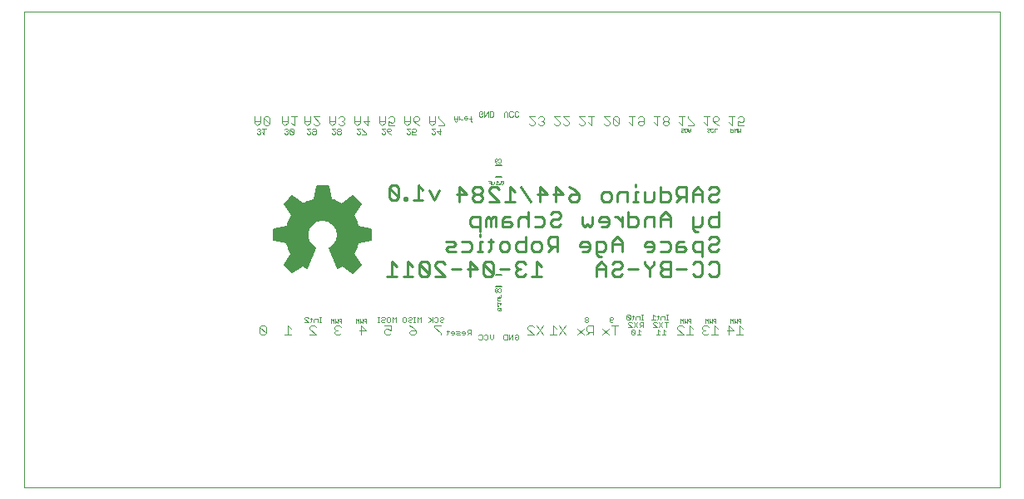
<source format=gbo>
G75*
G70*
%OFA0B0*%
%FSLAX24Y24*%
%IPPOS*%
%LPD*%
%AMOC8*
5,1,8,0,0,1.08239X$1,22.5*
%
%ADD10C,0.0000*%
%ADD11C,0.0110*%
%ADD12C,0.0030*%
%ADD13C,0.0020*%
%ADD14C,0.0010*%
%ADD15C,0.0060*%
%ADD16C,0.0080*%
D10*
X000460Y000460D02*
X039560Y000460D01*
X039560Y019560D01*
X000460Y019560D01*
X000460Y000460D01*
D11*
X014990Y008915D02*
X015384Y008915D01*
X015187Y008915D02*
X015187Y009506D01*
X015384Y009309D01*
X015832Y009506D02*
X015832Y008915D01*
X016029Y008915D02*
X015635Y008915D01*
X016279Y009013D02*
X016378Y008915D01*
X016575Y008915D01*
X016673Y009013D01*
X016279Y009407D01*
X016279Y009013D01*
X016673Y009013D02*
X016673Y009407D01*
X016575Y009506D01*
X016378Y009506D01*
X016279Y009407D01*
X016029Y009309D02*
X015832Y009506D01*
X016924Y009407D02*
X017022Y009506D01*
X017219Y009506D01*
X017318Y009407D01*
X017569Y009210D02*
X017962Y009210D01*
X018213Y009210D02*
X018607Y009210D01*
X018312Y009506D01*
X018312Y008915D01*
X018858Y009013D02*
X018956Y008915D01*
X019153Y008915D01*
X019251Y009013D01*
X018858Y009407D01*
X018858Y009013D01*
X019251Y009013D02*
X019251Y009407D01*
X019153Y009506D01*
X018956Y009506D01*
X018858Y009407D01*
X019502Y009210D02*
X019896Y009210D01*
X020147Y009112D02*
X020147Y009013D01*
X020245Y008915D01*
X020442Y008915D01*
X020540Y009013D01*
X020791Y008915D02*
X021185Y008915D01*
X020988Y008915D02*
X020988Y009506D01*
X021185Y009309D01*
X020540Y009407D02*
X020442Y009506D01*
X020245Y009506D01*
X020147Y009407D01*
X020147Y009309D01*
X020245Y009210D01*
X020147Y009112D01*
X020245Y009210D02*
X020344Y009210D01*
X020245Y009915D02*
X020147Y010013D01*
X020147Y010210D01*
X020245Y010309D01*
X020540Y010309D01*
X020540Y010506D02*
X020540Y009915D01*
X020245Y009915D01*
X019896Y010013D02*
X019896Y010210D01*
X019797Y010309D01*
X019601Y010309D01*
X019502Y010210D01*
X019502Y010013D01*
X019601Y009915D01*
X019797Y009915D01*
X019896Y010013D01*
X019251Y010309D02*
X019054Y010309D01*
X019153Y010407D02*
X019153Y010013D01*
X019054Y009915D01*
X018822Y009915D02*
X018625Y009915D01*
X018723Y009915D02*
X018723Y010309D01*
X018822Y010309D01*
X018723Y010506D02*
X018723Y010604D01*
X018714Y010718D02*
X018714Y011309D01*
X018419Y011309D01*
X018321Y011210D01*
X018321Y011013D01*
X018419Y010915D01*
X018714Y010915D01*
X018965Y010915D02*
X018965Y011210D01*
X019063Y011309D01*
X019162Y011210D01*
X019162Y010915D01*
X019359Y010915D02*
X019359Y011309D01*
X019260Y011309D01*
X019162Y011210D01*
X019610Y011210D02*
X019610Y010915D01*
X019905Y010915D01*
X020003Y011013D01*
X019905Y011112D01*
X019610Y011112D01*
X019610Y011210D02*
X019708Y011309D01*
X019905Y011309D01*
X020254Y011210D02*
X020254Y010915D01*
X020254Y011210D02*
X020353Y011309D01*
X020549Y011309D01*
X020648Y011210D01*
X020899Y011309D02*
X021194Y011309D01*
X021292Y011210D01*
X021292Y011013D01*
X021194Y010915D01*
X020899Y010915D01*
X020648Y010915D02*
X020648Y011506D01*
X020755Y011915D02*
X020362Y012506D01*
X020111Y012309D02*
X019914Y012506D01*
X019914Y011915D01*
X020111Y011915D02*
X019717Y011915D01*
X019466Y011915D02*
X019072Y012309D01*
X019072Y012407D01*
X019171Y012506D01*
X019368Y012506D01*
X019466Y012407D01*
X019466Y011915D02*
X019072Y011915D01*
X018822Y012013D02*
X018822Y012112D01*
X018723Y012210D01*
X018526Y012210D01*
X018428Y012112D01*
X018428Y012013D01*
X018526Y011915D01*
X018723Y011915D01*
X018822Y012013D01*
X018723Y012210D02*
X018822Y012309D01*
X018822Y012407D01*
X018723Y012506D01*
X018526Y012506D01*
X018428Y012407D01*
X018428Y012309D01*
X018526Y012210D01*
X018177Y012210D02*
X017783Y012210D01*
X017882Y011915D02*
X017882Y012506D01*
X018177Y012210D01*
X017075Y012379D02*
X016878Y011985D01*
X016681Y012379D01*
X016430Y012379D02*
X016234Y012576D01*
X016234Y011985D01*
X016430Y011985D02*
X016037Y011985D01*
X015786Y011985D02*
X015687Y011985D01*
X015687Y012083D01*
X015786Y012083D01*
X015786Y011985D01*
X015464Y012083D02*
X015070Y012477D01*
X015070Y012083D01*
X015168Y011985D01*
X015365Y011985D01*
X015464Y012083D01*
X015464Y012477D01*
X015365Y012576D01*
X015168Y012576D01*
X015070Y012477D01*
X017354Y010309D02*
X017649Y010309D01*
X017747Y010210D01*
X017649Y010112D01*
X017452Y010112D01*
X017354Y010013D01*
X017452Y009915D01*
X017747Y009915D01*
X017998Y009915D02*
X018293Y009915D01*
X018392Y010013D01*
X018392Y010210D01*
X018293Y010309D01*
X017998Y010309D01*
X016924Y009407D02*
X016924Y009309D01*
X017318Y008915D01*
X016924Y008915D01*
X020791Y010013D02*
X020791Y010210D01*
X020890Y010309D01*
X021087Y010309D01*
X021185Y010210D01*
X021185Y010013D01*
X021087Y009915D01*
X020890Y009915D01*
X020791Y010013D01*
X021436Y009915D02*
X021633Y010112D01*
X021534Y010112D02*
X021830Y010112D01*
X021830Y009915D02*
X021830Y010506D01*
X021534Y010506D01*
X021436Y010407D01*
X021436Y010210D01*
X021534Y010112D01*
X022725Y010112D02*
X023119Y010112D01*
X023119Y010210D02*
X023020Y010309D01*
X022823Y010309D01*
X022725Y010210D01*
X022725Y010112D01*
X022823Y009915D02*
X023020Y009915D01*
X023119Y010013D01*
X023119Y010210D01*
X023369Y010309D02*
X023665Y010309D01*
X023763Y010210D01*
X023763Y010013D01*
X023665Y009915D01*
X023369Y009915D01*
X023369Y009817D02*
X023369Y010309D01*
X024014Y010309D02*
X024014Y009915D01*
X024014Y010210D02*
X024408Y010210D01*
X024408Y010309D02*
X024408Y009915D01*
X024408Y010309D02*
X024211Y010506D01*
X024014Y010309D01*
X023772Y010915D02*
X023871Y011013D01*
X023871Y011210D01*
X023772Y011309D01*
X023575Y011309D01*
X023477Y011210D01*
X023477Y011112D01*
X023871Y011112D01*
X023772Y010915D02*
X023575Y010915D01*
X023226Y011013D02*
X023128Y010915D01*
X023029Y011013D01*
X022931Y010915D01*
X022832Y011013D01*
X022832Y011309D01*
X023226Y011309D02*
X023226Y011013D01*
X024112Y011309D02*
X024211Y011309D01*
X024408Y011112D01*
X024408Y010915D02*
X024408Y011309D01*
X024659Y011309D02*
X024954Y011309D01*
X025052Y011210D01*
X025052Y011013D01*
X024954Y010915D01*
X024659Y010915D01*
X024659Y011506D01*
X024623Y011915D02*
X024623Y012309D01*
X024327Y012309D01*
X024229Y012210D01*
X024229Y011915D01*
X023978Y012013D02*
X023880Y011915D01*
X023683Y011915D01*
X023584Y012013D01*
X023584Y012210D01*
X023683Y012309D01*
X023880Y012309D01*
X023978Y012210D01*
X023978Y012013D01*
X024855Y011915D02*
X025052Y011915D01*
X024954Y011915D02*
X024954Y012309D01*
X025052Y012309D01*
X024954Y012506D02*
X024954Y012604D01*
X025303Y012309D02*
X025303Y011915D01*
X025598Y011915D01*
X025697Y012013D01*
X025697Y012309D01*
X025948Y012309D02*
X026243Y012309D01*
X026341Y012210D01*
X026341Y012013D01*
X026243Y011915D01*
X025948Y011915D01*
X025948Y012506D01*
X026592Y012407D02*
X026592Y012210D01*
X026691Y012112D01*
X026986Y012112D01*
X026789Y012112D02*
X026592Y011915D01*
X026986Y011915D02*
X026986Y012506D01*
X026691Y012506D01*
X026592Y012407D01*
X027237Y012309D02*
X027237Y011915D01*
X027237Y012210D02*
X027630Y012210D01*
X027630Y012309D02*
X027630Y011915D01*
X027881Y012013D02*
X027980Y011915D01*
X028177Y011915D01*
X028275Y012013D01*
X028177Y012210D02*
X027980Y012210D01*
X027881Y012112D01*
X027881Y012013D01*
X028177Y012210D02*
X028275Y012309D01*
X028275Y012407D01*
X028177Y012506D01*
X027980Y012506D01*
X027881Y012407D01*
X027630Y012309D02*
X027434Y012506D01*
X027237Y012309D01*
X028275Y011506D02*
X028275Y010915D01*
X027980Y010915D01*
X027881Y011013D01*
X027881Y011210D01*
X027980Y011309D01*
X028275Y011309D01*
X027630Y011309D02*
X027630Y011013D01*
X027532Y010915D01*
X027237Y010915D01*
X027237Y010817D02*
X027335Y010718D01*
X027434Y010718D01*
X027237Y010817D02*
X027237Y011309D01*
X026341Y011309D02*
X026341Y010915D01*
X026341Y011210D02*
X025948Y011210D01*
X025948Y011309D02*
X025948Y010915D01*
X025697Y010915D02*
X025697Y011309D01*
X025402Y011309D01*
X025303Y011210D01*
X025303Y010915D01*
X025948Y011309D02*
X026145Y011506D01*
X026341Y011309D01*
X027881Y010407D02*
X027980Y010506D01*
X028177Y010506D01*
X028275Y010407D01*
X028275Y010309D01*
X028177Y010210D01*
X027980Y010210D01*
X027881Y010112D01*
X027881Y010013D01*
X027980Y009915D01*
X028177Y009915D01*
X028275Y010013D01*
X027630Y009915D02*
X027335Y009915D01*
X027237Y010013D01*
X027237Y010210D01*
X027335Y010309D01*
X027630Y010309D01*
X027630Y009718D01*
X027532Y009506D02*
X027630Y009407D01*
X027630Y009013D01*
X027532Y008915D01*
X027335Y008915D01*
X027237Y009013D01*
X026986Y009210D02*
X026592Y009210D01*
X026341Y009210D02*
X026046Y009210D01*
X025948Y009112D01*
X025948Y009013D01*
X026046Y008915D01*
X026341Y008915D01*
X026341Y009506D01*
X026046Y009506D01*
X025948Y009407D01*
X025948Y009309D01*
X026046Y009210D01*
X025697Y009407D02*
X025500Y009210D01*
X025500Y008915D01*
X025500Y009210D02*
X025303Y009407D01*
X025303Y009506D01*
X025697Y009506D02*
X025697Y009407D01*
X025052Y009210D02*
X024659Y009210D01*
X024408Y009309D02*
X024309Y009210D01*
X024112Y009210D01*
X024014Y009112D01*
X024014Y009013D01*
X024112Y008915D01*
X024309Y008915D01*
X024408Y009013D01*
X024408Y009309D02*
X024408Y009407D01*
X024309Y009506D01*
X024112Y009506D01*
X024014Y009407D01*
X023763Y009309D02*
X023566Y009506D01*
X023369Y009309D01*
X023369Y008915D01*
X023369Y009210D02*
X023763Y009210D01*
X023763Y009309D02*
X023763Y008915D01*
X023566Y009718D02*
X023468Y009718D01*
X023369Y009817D01*
X025303Y010112D02*
X025697Y010112D01*
X025697Y010210D02*
X025598Y010309D01*
X025402Y010309D01*
X025303Y010210D01*
X025303Y010112D01*
X025402Y009915D02*
X025598Y009915D01*
X025697Y010013D01*
X025697Y010210D01*
X025948Y010309D02*
X026243Y010309D01*
X026341Y010210D01*
X026341Y010013D01*
X026243Y009915D01*
X025948Y009915D01*
X026592Y009915D02*
X026592Y010210D01*
X026691Y010309D01*
X026887Y010309D01*
X026887Y010112D02*
X026592Y010112D01*
X026592Y009915D02*
X026887Y009915D01*
X026986Y010013D01*
X026887Y010112D01*
X027335Y009506D02*
X027532Y009506D01*
X027335Y009506D02*
X027237Y009407D01*
X027881Y009407D02*
X027980Y009506D01*
X028177Y009506D01*
X028275Y009407D01*
X028275Y009013D01*
X028177Y008915D01*
X027980Y008915D01*
X027881Y009013D01*
X021937Y011013D02*
X021839Y010915D01*
X021642Y010915D01*
X021543Y011013D01*
X021543Y011112D01*
X021642Y011210D01*
X021839Y011210D01*
X021937Y011309D01*
X021937Y011407D01*
X021839Y011506D01*
X021642Y011506D01*
X021543Y011407D01*
X021749Y011915D02*
X021749Y012506D01*
X022044Y012210D01*
X021651Y012210D01*
X021400Y012210D02*
X021006Y012210D01*
X021105Y011915D02*
X021105Y012506D01*
X021400Y012210D01*
X022295Y012112D02*
X022295Y012013D01*
X022394Y011915D01*
X022590Y011915D01*
X022689Y012013D01*
X022689Y012210D01*
X022394Y012210D01*
X022295Y012112D01*
X022492Y012407D02*
X022689Y012210D01*
X022492Y012407D02*
X022295Y012506D01*
D12*
X022229Y014979D02*
X022106Y014979D01*
X022044Y015041D01*
X021923Y015041D02*
X021861Y014979D01*
X021738Y014979D01*
X021676Y015041D01*
X021923Y015041D02*
X021923Y015103D01*
X021676Y015350D01*
X021923Y015350D01*
X022044Y015350D02*
X022291Y015103D01*
X022291Y015041D01*
X022229Y014979D01*
X022676Y015041D02*
X022738Y014979D01*
X022861Y014979D01*
X022923Y015041D01*
X022923Y015103D01*
X022676Y015350D01*
X022923Y015350D01*
X023044Y015350D02*
X023291Y015350D01*
X023168Y015350D02*
X023168Y014979D01*
X023044Y015103D01*
X023676Y015041D02*
X023738Y014979D01*
X023861Y014979D01*
X023923Y015041D01*
X023923Y015103D01*
X023676Y015350D01*
X023923Y015350D01*
X024044Y015288D02*
X024106Y015350D01*
X024229Y015350D01*
X024291Y015288D01*
X024291Y015041D01*
X024044Y015288D01*
X024044Y015041D01*
X024106Y014979D01*
X024229Y014979D01*
X024291Y015041D01*
X024676Y015103D02*
X024799Y014979D01*
X024799Y015350D01*
X024676Y015350D02*
X024923Y015350D01*
X025044Y015288D02*
X025106Y015350D01*
X025229Y015350D01*
X025291Y015288D01*
X025291Y015041D01*
X025229Y014979D01*
X025106Y014979D01*
X025044Y015041D01*
X025044Y015103D01*
X025106Y015165D01*
X025291Y015165D01*
X025676Y015103D02*
X025799Y014979D01*
X025799Y015350D01*
X025676Y015350D02*
X025923Y015350D01*
X026044Y015288D02*
X026106Y015350D01*
X026229Y015350D01*
X026291Y015288D01*
X026291Y015226D01*
X026229Y015165D01*
X026106Y015165D01*
X026044Y015103D01*
X026044Y015041D01*
X026106Y014979D01*
X026229Y014979D01*
X026291Y015041D01*
X026291Y015103D01*
X026229Y015165D01*
X026106Y015165D02*
X026044Y015226D01*
X026044Y015288D01*
X026676Y015350D02*
X026923Y015350D01*
X027044Y015350D02*
X027044Y015288D01*
X027291Y015041D01*
X027291Y014979D01*
X027044Y014979D01*
X026799Y014979D02*
X026799Y015350D01*
X026676Y015103D02*
X026799Y014979D01*
X027676Y015103D02*
X027799Y014979D01*
X027799Y015350D01*
X027676Y015350D02*
X027923Y015350D01*
X028044Y015288D02*
X028106Y015350D01*
X028229Y015350D01*
X028291Y015288D01*
X028291Y015226D01*
X028229Y015165D01*
X028044Y015165D01*
X028044Y015288D01*
X028044Y015165D02*
X028168Y015041D01*
X028291Y014979D01*
X028676Y015103D02*
X028799Y014979D01*
X028799Y015350D01*
X028676Y015350D02*
X028923Y015350D01*
X029044Y015288D02*
X029106Y015350D01*
X029229Y015350D01*
X029291Y015288D01*
X029291Y015165D01*
X029229Y015103D01*
X029168Y015103D01*
X029044Y015165D01*
X029044Y014979D01*
X029291Y014979D01*
X022291Y015350D02*
X022044Y015350D01*
X021291Y015288D02*
X021229Y015350D01*
X021106Y015350D01*
X021044Y015288D01*
X020923Y015350D02*
X020676Y015350D01*
X020923Y015103D01*
X020923Y015041D01*
X020861Y014979D01*
X020738Y014979D01*
X020676Y015041D01*
X021044Y015041D02*
X021106Y014979D01*
X021229Y014979D01*
X021291Y015041D01*
X021291Y015103D01*
X021229Y015165D01*
X021291Y015226D01*
X021291Y015288D01*
X021229Y015165D02*
X021168Y015165D01*
X017290Y015036D02*
X017043Y015283D01*
X017043Y015345D01*
X016922Y015345D02*
X016922Y015098D01*
X016798Y014975D01*
X016675Y015098D01*
X016675Y015345D01*
X016675Y015160D02*
X016922Y015160D01*
X017043Y014975D02*
X017290Y014975D01*
X017290Y015036D01*
X016290Y014975D02*
X016167Y015036D01*
X016043Y015160D01*
X016228Y015160D01*
X016290Y015222D01*
X016290Y015283D01*
X016228Y015345D01*
X016105Y015345D01*
X016043Y015283D01*
X016043Y015160D01*
X015922Y015160D02*
X015675Y015160D01*
X015675Y015098D02*
X015798Y014975D01*
X015922Y015098D01*
X015922Y015345D01*
X015675Y015345D02*
X015675Y015098D01*
X015290Y015160D02*
X015290Y015283D01*
X015228Y015345D01*
X015105Y015345D01*
X015043Y015283D01*
X015043Y015160D02*
X015167Y015098D01*
X015228Y015098D01*
X015290Y015160D01*
X015290Y014975D02*
X015043Y014975D01*
X015043Y015160D01*
X014922Y015160D02*
X014675Y015160D01*
X014675Y015098D02*
X014798Y014975D01*
X014922Y015098D01*
X014922Y015345D01*
X014675Y015345D02*
X014675Y015098D01*
X014290Y015160D02*
X014043Y015160D01*
X014228Y014975D01*
X014228Y015345D01*
X013922Y015345D02*
X013922Y015098D01*
X013798Y014975D01*
X013675Y015098D01*
X013675Y015345D01*
X013675Y015160D02*
X013922Y015160D01*
X013290Y015222D02*
X013290Y015283D01*
X013228Y015345D01*
X013105Y015345D01*
X013043Y015283D01*
X012922Y015345D02*
X012922Y015098D01*
X012798Y014975D01*
X012675Y015098D01*
X012675Y015345D01*
X012675Y015160D02*
X012922Y015160D01*
X013043Y015036D02*
X013105Y014975D01*
X013228Y014975D01*
X013290Y015036D01*
X013290Y015098D01*
X013228Y015160D01*
X013290Y015222D01*
X013228Y015160D02*
X013167Y015160D01*
X012290Y015098D02*
X012290Y015036D01*
X012228Y014975D01*
X012105Y014975D01*
X012043Y015036D01*
X011922Y015098D02*
X011922Y015345D01*
X012043Y015345D02*
X012290Y015098D01*
X011922Y015098D02*
X011798Y014975D01*
X011675Y015098D01*
X011675Y015345D01*
X011675Y015160D02*
X011922Y015160D01*
X012043Y015345D02*
X012290Y015345D01*
X011390Y015345D02*
X011143Y015345D01*
X011022Y015345D02*
X011022Y015098D01*
X010898Y014975D01*
X010775Y015098D01*
X010775Y015345D01*
X010775Y015160D02*
X011022Y015160D01*
X011143Y015098D02*
X011267Y014975D01*
X011267Y015345D01*
X010290Y015283D02*
X010290Y015036D01*
X010043Y015283D01*
X010105Y015345D01*
X010228Y015345D01*
X010290Y015283D01*
X010290Y015036D02*
X010228Y014975D01*
X010105Y014975D01*
X010043Y015036D01*
X010043Y015283D01*
X009922Y015345D02*
X009922Y015098D01*
X009798Y014975D01*
X009675Y015098D01*
X009675Y015345D01*
X009675Y015160D02*
X009922Y015160D01*
X009960Y006945D02*
X009898Y006884D01*
X010145Y006637D01*
X010083Y006575D01*
X009960Y006575D01*
X009898Y006637D01*
X009898Y006884D01*
X009960Y006945D02*
X010083Y006945D01*
X010145Y006884D01*
X010145Y006637D01*
X010898Y006575D02*
X011145Y006575D01*
X011022Y006575D02*
X011022Y006945D01*
X011145Y006822D01*
X011898Y006822D02*
X011898Y006884D01*
X011960Y006945D01*
X012083Y006945D01*
X012145Y006884D01*
X011898Y006822D02*
X012145Y006575D01*
X011898Y006575D01*
X012898Y006637D02*
X012960Y006575D01*
X013083Y006575D01*
X013145Y006637D01*
X013022Y006760D02*
X012960Y006760D01*
X012898Y006698D01*
X012898Y006637D01*
X012960Y006760D02*
X012898Y006822D01*
X012898Y006884D01*
X012960Y006945D01*
X013083Y006945D01*
X013145Y006884D01*
X013898Y006760D02*
X014145Y006760D01*
X013960Y006945D01*
X013960Y006575D01*
X014898Y006637D02*
X014960Y006575D01*
X015083Y006575D01*
X015145Y006637D01*
X015145Y006760D02*
X015022Y006822D01*
X014960Y006822D01*
X014898Y006760D01*
X014898Y006637D01*
X015145Y006760D02*
X015145Y006945D01*
X014898Y006945D01*
X015898Y006945D02*
X016022Y006884D01*
X016145Y006760D01*
X015960Y006760D01*
X015898Y006698D01*
X015898Y006637D01*
X015960Y006575D01*
X016083Y006575D01*
X016145Y006637D01*
X016145Y006760D01*
X016898Y006884D02*
X017145Y006637D01*
X017145Y006575D01*
X017145Y006945D02*
X016898Y006945D01*
X016898Y006884D01*
X020630Y006822D02*
X020630Y006884D01*
X020692Y006945D01*
X020815Y006945D01*
X020877Y006884D01*
X020998Y006945D02*
X021245Y006575D01*
X020998Y006575D02*
X021245Y006945D01*
X021653Y006945D02*
X021777Y006822D01*
X021898Y006945D02*
X022145Y006575D01*
X021898Y006575D02*
X022145Y006945D01*
X021653Y006945D02*
X021653Y006575D01*
X021530Y006575D02*
X021777Y006575D01*
X020877Y006575D02*
X020630Y006822D01*
X020630Y006575D02*
X020877Y006575D01*
X022630Y006575D02*
X022877Y006822D01*
X022998Y006884D02*
X022998Y006760D01*
X023060Y006698D01*
X023245Y006698D01*
X023245Y006575D02*
X023245Y006945D01*
X023060Y006945D01*
X022998Y006884D01*
X023122Y006698D02*
X022998Y006575D01*
X022877Y006575D02*
X022630Y006822D01*
X023630Y006822D02*
X023877Y006575D01*
X024122Y006575D02*
X024122Y006945D01*
X024245Y006945D02*
X023998Y006945D01*
X023877Y006822D02*
X023630Y006575D01*
X026630Y006575D02*
X026877Y006575D01*
X026630Y006822D01*
X026630Y006884D01*
X026692Y006945D01*
X026815Y006945D01*
X026877Y006884D01*
X027122Y006945D02*
X027122Y006575D01*
X027245Y006575D02*
X026998Y006575D01*
X027245Y006822D02*
X027122Y006945D01*
X027630Y006884D02*
X027630Y006822D01*
X027692Y006760D01*
X027630Y006698D01*
X027630Y006637D01*
X027692Y006575D01*
X027815Y006575D01*
X027877Y006637D01*
X027998Y006575D02*
X028245Y006575D01*
X028122Y006575D02*
X028122Y006945D01*
X028245Y006822D01*
X027877Y006884D02*
X027815Y006945D01*
X027692Y006945D01*
X027630Y006884D01*
X027692Y006760D02*
X027753Y006760D01*
X028630Y006760D02*
X028877Y006760D01*
X028692Y006945D01*
X028692Y006575D01*
X028998Y006575D02*
X029245Y006575D01*
X029122Y006575D02*
X029122Y006945D01*
X029245Y006822D01*
D13*
X026250Y007090D02*
X026103Y007090D01*
X026177Y007090D02*
X026177Y006870D01*
X026077Y006795D02*
X026077Y006575D01*
X026004Y006575D02*
X026151Y006575D01*
X026151Y006722D02*
X026077Y006795D01*
X026029Y006870D02*
X025882Y007090D01*
X025808Y007053D02*
X025771Y007090D01*
X025698Y007090D01*
X025661Y007053D01*
X025661Y007017D01*
X025808Y006870D01*
X025661Y006870D01*
X025856Y006795D02*
X025856Y006575D01*
X025783Y006575D02*
X025930Y006575D01*
X025930Y006722D02*
X025856Y006795D01*
X025882Y006870D02*
X026029Y007090D01*
X025956Y007170D02*
X025956Y007280D01*
X025993Y007317D01*
X026103Y007317D01*
X026103Y007170D01*
X026177Y007170D02*
X026250Y007170D01*
X026213Y007170D02*
X026213Y007390D01*
X026177Y007390D02*
X026250Y007390D01*
X025882Y007317D02*
X025808Y007317D01*
X025845Y007353D02*
X025845Y007207D01*
X025808Y007170D01*
X025734Y007170D02*
X025588Y007170D01*
X025661Y007170D02*
X025661Y007390D01*
X025734Y007317D01*
X025250Y007390D02*
X025177Y007390D01*
X025213Y007390D02*
X025213Y007170D01*
X025177Y007170D02*
X025250Y007170D01*
X025250Y007090D02*
X025140Y007090D01*
X025103Y007053D01*
X025103Y006980D01*
X025140Y006943D01*
X025250Y006943D01*
X025250Y006870D02*
X025250Y007090D01*
X025177Y006943D02*
X025103Y006870D01*
X025029Y006870D02*
X024882Y007090D01*
X024808Y007053D02*
X024771Y007090D01*
X024698Y007090D01*
X024661Y007053D01*
X024661Y007017D01*
X024808Y006870D01*
X024661Y006870D01*
X024782Y006753D02*
X024929Y006607D01*
X024892Y006570D01*
X024819Y006570D01*
X024782Y006607D01*
X024782Y006753D01*
X024819Y006790D01*
X024892Y006790D01*
X024929Y006753D01*
X024929Y006607D01*
X025003Y006570D02*
X025150Y006570D01*
X025077Y006570D02*
X025077Y006790D01*
X025150Y006717D01*
X024882Y006870D02*
X025029Y007090D01*
X024956Y007170D02*
X024956Y007280D01*
X024993Y007317D01*
X025103Y007317D01*
X025103Y007170D01*
X024845Y007207D02*
X024845Y007353D01*
X024882Y007317D02*
X024808Y007317D01*
X024734Y007353D02*
X024698Y007390D01*
X024624Y007390D01*
X024588Y007353D01*
X024734Y007207D01*
X024698Y007170D01*
X024624Y007170D01*
X024588Y007207D01*
X024588Y007353D01*
X024734Y007353D02*
X024734Y007207D01*
X024808Y007170D02*
X024845Y007207D01*
X024050Y007217D02*
X024013Y007180D01*
X023903Y007180D01*
X023903Y007107D02*
X023903Y007253D01*
X023940Y007290D01*
X024013Y007290D01*
X024050Y007253D01*
X024050Y007217D01*
X024050Y007107D02*
X024013Y007070D01*
X023940Y007070D01*
X023903Y007107D01*
X023050Y007107D02*
X023050Y007143D01*
X023013Y007180D01*
X022940Y007180D01*
X022903Y007143D01*
X022903Y007107D01*
X022940Y007070D01*
X023013Y007070D01*
X023050Y007107D01*
X023013Y007180D02*
X023050Y007217D01*
X023050Y007253D01*
X023013Y007290D01*
X022940Y007290D01*
X022903Y007253D01*
X022903Y007217D01*
X022940Y007180D01*
X020250Y006553D02*
X020250Y006407D01*
X020213Y006370D01*
X020140Y006370D01*
X020103Y006407D01*
X020103Y006480D01*
X020177Y006480D01*
X020250Y006553D02*
X020213Y006590D01*
X020140Y006590D01*
X020103Y006553D01*
X020029Y006590D02*
X019882Y006370D01*
X019882Y006590D01*
X019808Y006590D02*
X019698Y006590D01*
X019661Y006553D01*
X019661Y006407D01*
X019698Y006370D01*
X019808Y006370D01*
X019808Y006590D01*
X020029Y006590D02*
X020029Y006370D01*
X019250Y006443D02*
X019177Y006370D01*
X019103Y006443D01*
X019103Y006590D01*
X019029Y006553D02*
X019029Y006407D01*
X018992Y006370D01*
X018919Y006370D01*
X018882Y006407D01*
X018808Y006407D02*
X018771Y006370D01*
X018698Y006370D01*
X018661Y006407D01*
X018661Y006553D02*
X018698Y006590D01*
X018771Y006590D01*
X018808Y006553D01*
X018808Y006407D01*
X018882Y006553D02*
X018919Y006590D01*
X018992Y006590D01*
X019029Y006553D01*
X019250Y006590D02*
X019250Y006443D01*
X018350Y006570D02*
X018350Y006790D01*
X018240Y006790D01*
X018203Y006753D01*
X018203Y006680D01*
X018240Y006643D01*
X018350Y006643D01*
X018277Y006643D02*
X018203Y006570D01*
X018129Y006607D02*
X018129Y006680D01*
X018092Y006717D01*
X018019Y006717D01*
X017982Y006680D01*
X017982Y006643D01*
X018129Y006643D01*
X018129Y006607D02*
X018092Y006570D01*
X018019Y006570D01*
X017908Y006570D02*
X017798Y006570D01*
X017761Y006607D01*
X017798Y006643D01*
X017871Y006643D01*
X017908Y006680D01*
X017871Y006717D01*
X017761Y006717D01*
X017687Y006680D02*
X017650Y006717D01*
X017577Y006717D01*
X017540Y006680D01*
X017540Y006643D01*
X017687Y006643D01*
X017687Y006607D02*
X017687Y006680D01*
X017687Y006607D02*
X017650Y006570D01*
X017577Y006570D01*
X017429Y006607D02*
X017393Y006570D01*
X017429Y006607D02*
X017429Y006753D01*
X017393Y006717D02*
X017466Y006717D01*
X017213Y007070D02*
X017250Y007107D01*
X017213Y007070D02*
X017140Y007070D01*
X017103Y007107D01*
X017103Y007143D01*
X017140Y007180D01*
X017213Y007180D01*
X017250Y007217D01*
X017250Y007253D01*
X017213Y007290D01*
X017140Y007290D01*
X017103Y007253D01*
X017029Y007253D02*
X017029Y007107D01*
X016992Y007070D01*
X016919Y007070D01*
X016882Y007107D01*
X016808Y007143D02*
X016661Y007290D01*
X016808Y007290D02*
X016808Y007070D01*
X016771Y007180D02*
X016661Y007070D01*
X016882Y007253D02*
X016919Y007290D01*
X016992Y007290D01*
X017029Y007253D01*
X016350Y007290D02*
X016277Y007217D01*
X016203Y007290D01*
X016203Y007070D01*
X016129Y007070D02*
X016056Y007070D01*
X016092Y007070D02*
X016092Y007290D01*
X016056Y007290D02*
X016129Y007290D01*
X015982Y007253D02*
X015982Y007217D01*
X015945Y007180D01*
X015872Y007180D01*
X015835Y007143D01*
X015835Y007107D01*
X015872Y007070D01*
X015945Y007070D01*
X015982Y007107D01*
X015982Y007253D02*
X015945Y007290D01*
X015872Y007290D01*
X015835Y007253D01*
X015761Y007253D02*
X015761Y007107D01*
X015724Y007070D01*
X015651Y007070D01*
X015614Y007107D01*
X015614Y007253D01*
X015651Y007290D01*
X015724Y007290D01*
X015761Y007253D01*
X015350Y007290D02*
X015277Y007217D01*
X015203Y007290D01*
X015203Y007070D01*
X015129Y007107D02*
X015092Y007070D01*
X015019Y007070D01*
X014982Y007107D01*
X014982Y007253D01*
X015019Y007290D01*
X015092Y007290D01*
X015129Y007253D01*
X015129Y007107D01*
X014908Y007107D02*
X014871Y007070D01*
X014798Y007070D01*
X014761Y007107D01*
X014761Y007143D01*
X014798Y007180D01*
X014871Y007180D01*
X014908Y007217D01*
X014908Y007253D01*
X014871Y007290D01*
X014798Y007290D01*
X014761Y007253D01*
X014687Y007290D02*
X014614Y007290D01*
X014650Y007290D02*
X014650Y007070D01*
X014614Y007070D02*
X014687Y007070D01*
X015350Y007070D02*
X015350Y007290D01*
X016350Y007290D02*
X016350Y007070D01*
X012350Y007070D02*
X012277Y007070D01*
X012313Y007070D02*
X012313Y007290D01*
X012277Y007290D02*
X012350Y007290D01*
X012203Y007217D02*
X012093Y007217D01*
X012056Y007180D01*
X012056Y007070D01*
X011945Y007107D02*
X011908Y007070D01*
X011945Y007107D02*
X011945Y007253D01*
X011982Y007217D02*
X011908Y007217D01*
X011834Y007253D02*
X011798Y007290D01*
X011724Y007290D01*
X011688Y007253D01*
X011688Y007217D01*
X011834Y007070D01*
X011688Y007070D01*
X012203Y007070D02*
X012203Y007217D01*
X012101Y014630D02*
X012028Y014630D01*
X011991Y014667D01*
X011991Y014703D01*
X012028Y014740D01*
X012138Y014740D01*
X012138Y014813D02*
X012138Y014667D01*
X012101Y014630D01*
X012138Y014813D02*
X012101Y014850D01*
X012028Y014850D01*
X011991Y014813D01*
X011917Y014850D02*
X011770Y014850D01*
X011917Y014703D01*
X011917Y014667D01*
X011880Y014630D01*
X011807Y014630D01*
X011770Y014667D01*
X011238Y014667D02*
X011238Y014813D01*
X011201Y014850D01*
X011128Y014850D01*
X011091Y014813D01*
X011238Y014667D01*
X011201Y014630D01*
X011128Y014630D01*
X011091Y014667D01*
X011091Y014813D01*
X011017Y014813D02*
X010980Y014850D01*
X010907Y014850D01*
X010870Y014813D01*
X010943Y014740D02*
X010980Y014740D01*
X011017Y014777D01*
X011017Y014813D01*
X010980Y014740D02*
X011017Y014703D01*
X011017Y014667D01*
X010980Y014630D01*
X010907Y014630D01*
X010870Y014667D01*
X010138Y014850D02*
X009991Y014850D01*
X010064Y014850D02*
X010064Y014630D01*
X009991Y014703D01*
X009917Y014703D02*
X009880Y014740D01*
X009917Y014777D01*
X009917Y014813D01*
X009880Y014850D01*
X009807Y014850D01*
X009770Y014813D01*
X009843Y014740D02*
X009880Y014740D01*
X009917Y014703D02*
X009917Y014667D01*
X009880Y014630D01*
X009807Y014630D01*
X009770Y014667D01*
X012770Y014667D02*
X012807Y014630D01*
X012880Y014630D01*
X012917Y014667D01*
X012917Y014703D01*
X012770Y014850D01*
X012917Y014850D01*
X012991Y014813D02*
X012991Y014777D01*
X013028Y014740D01*
X013101Y014740D01*
X013138Y014777D01*
X013138Y014813D01*
X013101Y014850D01*
X013028Y014850D01*
X012991Y014813D01*
X013028Y014740D02*
X012991Y014703D01*
X012991Y014667D01*
X013028Y014630D01*
X013101Y014630D01*
X013138Y014667D01*
X013138Y014703D01*
X013101Y014740D01*
X013770Y014667D02*
X013807Y014630D01*
X013880Y014630D01*
X013917Y014667D01*
X013917Y014703D01*
X013770Y014850D01*
X013917Y014850D01*
X013991Y014850D02*
X013991Y014813D01*
X014138Y014667D01*
X014138Y014630D01*
X013991Y014630D01*
X014770Y014667D02*
X014807Y014630D01*
X014880Y014630D01*
X014917Y014667D01*
X014917Y014703D01*
X014770Y014850D01*
X014917Y014850D01*
X014991Y014813D02*
X015028Y014850D01*
X015101Y014850D01*
X015138Y014813D01*
X015138Y014777D01*
X015101Y014740D01*
X014991Y014740D01*
X014991Y014813D01*
X014991Y014740D02*
X015064Y014667D01*
X015138Y014630D01*
X015770Y014667D02*
X015807Y014630D01*
X015880Y014630D01*
X015917Y014667D01*
X015917Y014703D01*
X015770Y014850D01*
X015917Y014850D01*
X015991Y014813D02*
X016028Y014850D01*
X016101Y014850D01*
X016138Y014813D01*
X016138Y014740D01*
X016101Y014703D01*
X016064Y014703D01*
X015991Y014740D01*
X015991Y014630D01*
X016138Y014630D01*
X016770Y014667D02*
X016807Y014630D01*
X016880Y014630D01*
X016917Y014667D01*
X016917Y014703D01*
X016770Y014850D01*
X016917Y014850D01*
X016991Y014740D02*
X017138Y014740D01*
X017101Y014850D02*
X017101Y014630D01*
X016991Y014740D01*
X017670Y015203D02*
X017743Y015130D01*
X017817Y015203D01*
X017817Y015350D01*
X017891Y015350D02*
X017891Y015203D01*
X017964Y015203D02*
X018001Y015203D01*
X017964Y015203D02*
X017891Y015277D01*
X017817Y015240D02*
X017670Y015240D01*
X017670Y015203D02*
X017670Y015350D01*
X018075Y015313D02*
X018075Y015240D01*
X018112Y015203D01*
X018185Y015203D01*
X018222Y015240D01*
X018222Y015277D01*
X018075Y015277D01*
X018075Y015313D02*
X018112Y015350D01*
X018185Y015350D01*
X018333Y015350D02*
X018333Y015167D01*
X018370Y015130D01*
X018370Y015240D02*
X018296Y015240D01*
X018670Y015367D02*
X018670Y015513D01*
X018707Y015550D01*
X018780Y015550D01*
X018817Y015513D01*
X018817Y015440D01*
X018743Y015440D01*
X018670Y015367D02*
X018707Y015330D01*
X018780Y015330D01*
X018817Y015367D01*
X018891Y015330D02*
X019038Y015550D01*
X019038Y015330D01*
X019112Y015330D02*
X019222Y015330D01*
X019259Y015367D01*
X019259Y015513D01*
X019222Y015550D01*
X019112Y015550D01*
X019112Y015330D01*
X018891Y015330D02*
X018891Y015550D01*
X019670Y015477D02*
X019743Y015550D01*
X019817Y015477D01*
X019817Y015330D01*
X019891Y015367D02*
X019891Y015513D01*
X019928Y015550D01*
X020001Y015550D01*
X020038Y015513D01*
X020112Y015513D02*
X020149Y015550D01*
X020222Y015550D01*
X020259Y015513D01*
X020259Y015367D02*
X020222Y015330D01*
X020149Y015330D01*
X020112Y015367D01*
X020112Y015513D01*
X020038Y015367D02*
X020001Y015330D01*
X019928Y015330D01*
X019891Y015367D01*
X019670Y015330D02*
X019670Y015477D01*
D14*
X019530Y013640D02*
X019555Y013615D01*
X019555Y013515D01*
X019530Y013490D01*
X019480Y013490D01*
X019455Y013515D01*
X019408Y013515D02*
X019383Y013490D01*
X019333Y013490D01*
X019308Y013515D01*
X019308Y013615D01*
X019333Y013640D01*
X019383Y013640D01*
X019408Y013615D01*
X019408Y013590D01*
X019383Y013565D01*
X019308Y013565D01*
X019455Y013615D02*
X019480Y013640D01*
X019530Y013640D01*
X019580Y012765D02*
X019555Y012740D01*
X019655Y012640D01*
X019630Y012615D01*
X019580Y012615D01*
X019555Y012640D01*
X019555Y012740D01*
X019580Y012765D02*
X019630Y012765D01*
X019655Y012740D01*
X019655Y012640D01*
X019508Y012640D02*
X019483Y012640D01*
X019483Y012615D01*
X019508Y012615D01*
X019508Y012640D01*
X019434Y012615D02*
X019334Y012615D01*
X019384Y012615D02*
X019384Y012765D01*
X019434Y012715D01*
X019287Y012715D02*
X019287Y012640D01*
X019262Y012615D01*
X019187Y012615D01*
X019187Y012715D01*
X019139Y012690D02*
X019089Y012690D01*
X019139Y012765D02*
X019039Y012765D01*
X019139Y012765D02*
X019139Y012615D01*
X026766Y014735D02*
X026791Y014710D01*
X026841Y014710D01*
X026866Y014735D01*
X026913Y014710D02*
X026913Y014860D01*
X026988Y014860D01*
X027013Y014835D01*
X027013Y014735D01*
X026988Y014710D01*
X026913Y014710D01*
X026841Y014785D02*
X026866Y014810D01*
X026866Y014835D01*
X026841Y014860D01*
X026791Y014860D01*
X026766Y014835D01*
X026791Y014785D02*
X026841Y014785D01*
X026791Y014785D02*
X026766Y014760D01*
X026766Y014735D01*
X027060Y014760D02*
X027110Y014710D01*
X027161Y014760D01*
X027161Y014860D01*
X027161Y014785D02*
X027060Y014785D01*
X027060Y014760D02*
X027060Y014860D01*
X027816Y014835D02*
X027841Y014860D01*
X027891Y014860D01*
X027916Y014835D01*
X027916Y014810D01*
X027891Y014785D01*
X027841Y014785D01*
X027816Y014760D01*
X027816Y014735D01*
X027841Y014710D01*
X027891Y014710D01*
X027916Y014735D01*
X027963Y014735D02*
X027988Y014710D01*
X028038Y014710D01*
X028063Y014735D01*
X028110Y014710D02*
X028110Y014860D01*
X028211Y014860D01*
X028063Y014835D02*
X028038Y014860D01*
X027988Y014860D01*
X027963Y014835D01*
X027963Y014735D01*
X028765Y014705D02*
X028840Y014705D01*
X028865Y014730D01*
X028865Y014780D01*
X028840Y014805D01*
X028765Y014805D01*
X028765Y014855D02*
X028765Y014705D01*
X028912Y014705D02*
X028912Y014855D01*
X028962Y014805D01*
X029012Y014855D01*
X029012Y014705D01*
X029060Y014705D02*
X029110Y014755D01*
X029160Y014705D01*
X029160Y014855D01*
X029060Y014855D02*
X029060Y014705D01*
X019555Y008415D02*
X019555Y008315D01*
X019530Y008290D01*
X019480Y008290D01*
X019455Y008315D01*
X019408Y008315D02*
X019408Y008340D01*
X019383Y008365D01*
X019333Y008365D01*
X019308Y008340D01*
X019308Y008315D01*
X019333Y008290D01*
X019383Y008290D01*
X019408Y008315D01*
X019383Y008365D02*
X019408Y008390D01*
X019408Y008415D01*
X019383Y008440D01*
X019333Y008440D01*
X019308Y008415D01*
X019308Y008390D01*
X019333Y008365D01*
X019455Y008415D02*
X019480Y008440D01*
X019530Y008440D01*
X019555Y008415D01*
X019565Y008181D02*
X019565Y008081D01*
X019415Y008081D01*
X019415Y008033D02*
X019515Y008033D01*
X019490Y008081D02*
X019490Y008131D01*
X019415Y008033D02*
X019415Y007958D01*
X019440Y007933D01*
X019515Y007933D01*
X019565Y007836D02*
X019415Y007836D01*
X019415Y007786D02*
X019415Y007886D01*
X019515Y007786D02*
X019565Y007836D01*
X019440Y007737D02*
X019415Y007737D01*
X019415Y007712D01*
X019440Y007712D01*
X019440Y007737D01*
X019440Y007665D02*
X019415Y007640D01*
X019415Y007590D01*
X019440Y007565D01*
X019540Y007665D01*
X019440Y007665D01*
X019440Y007565D02*
X019540Y007565D01*
X019565Y007590D01*
X019565Y007640D01*
X019540Y007665D01*
X014155Y007215D02*
X014080Y007215D01*
X014055Y007190D01*
X014055Y007140D01*
X014080Y007115D01*
X014155Y007115D01*
X014155Y007065D02*
X014155Y007215D01*
X014008Y007215D02*
X014008Y007065D01*
X013958Y007115D01*
X013908Y007065D01*
X013908Y007215D01*
X013860Y007215D02*
X013810Y007165D01*
X013760Y007215D01*
X013760Y007065D01*
X013860Y007065D02*
X013860Y007215D01*
X013155Y007215D02*
X013080Y007215D01*
X013055Y007190D01*
X013055Y007140D01*
X013080Y007115D01*
X013155Y007115D01*
X013155Y007065D02*
X013155Y007215D01*
X013008Y007215D02*
X013008Y007065D01*
X012958Y007115D01*
X012908Y007065D01*
X012908Y007215D01*
X012860Y007215D02*
X012810Y007165D01*
X012760Y007215D01*
X012760Y007065D01*
X012860Y007065D02*
X012860Y007215D01*
X026760Y007215D02*
X026760Y007065D01*
X026860Y007065D02*
X026860Y007215D01*
X026810Y007165D01*
X026760Y007215D01*
X026908Y007215D02*
X026908Y007065D01*
X026958Y007115D01*
X027008Y007065D01*
X027008Y007215D01*
X027055Y007190D02*
X027055Y007140D01*
X027080Y007115D01*
X027155Y007115D01*
X027155Y007065D02*
X027155Y007215D01*
X027080Y007215D01*
X027055Y007190D01*
X027760Y007215D02*
X027760Y007065D01*
X027860Y007065D02*
X027860Y007215D01*
X027810Y007165D01*
X027760Y007215D01*
X027908Y007215D02*
X027908Y007065D01*
X027958Y007115D01*
X028008Y007065D01*
X028008Y007215D01*
X028055Y007190D02*
X028055Y007140D01*
X028080Y007115D01*
X028155Y007115D01*
X028155Y007065D02*
X028155Y007215D01*
X028080Y007215D01*
X028055Y007190D01*
X028760Y007215D02*
X028760Y007065D01*
X028860Y007065D02*
X028860Y007215D01*
X028810Y007165D01*
X028760Y007215D01*
X028908Y007215D02*
X028908Y007065D01*
X028958Y007115D01*
X029008Y007065D01*
X029008Y007215D01*
X029055Y007190D02*
X029055Y007140D01*
X029080Y007115D01*
X029155Y007115D01*
X029155Y007065D02*
X029155Y007215D01*
X029080Y007215D01*
X029055Y007190D01*
D15*
X019578Y008524D02*
X019342Y008524D01*
X019342Y008996D02*
X019578Y008996D01*
X014350Y010400D02*
X014340Y010820D01*
X013800Y010920D01*
X013610Y011390D01*
X013900Y011830D01*
X013610Y012090D01*
X013180Y011790D01*
X012720Y011980D01*
X012610Y012520D01*
X012200Y012530D01*
X012110Y011980D01*
X011640Y011810D01*
X011190Y012100D01*
X010910Y011810D01*
X011220Y011370D01*
X011000Y010900D01*
X010480Y010800D01*
X010490Y010390D01*
X011010Y010300D01*
X011180Y009810D01*
X010900Y009380D01*
X011200Y009100D01*
X011610Y009370D01*
X011780Y009290D01*
X012090Y010050D01*
X011790Y010350D01*
X011800Y010860D01*
X012190Y011210D01*
X012660Y011200D01*
X013000Y010850D01*
X013010Y010330D01*
X012730Y010030D01*
X013010Y009290D01*
X013210Y009400D01*
X013620Y009100D01*
X013920Y009390D01*
X013620Y009820D01*
X013820Y010300D01*
X014350Y010400D01*
X014350Y010405D02*
X013009Y010405D01*
X013010Y010347D02*
X014067Y010347D01*
X013815Y010288D02*
X012971Y010288D01*
X012916Y010230D02*
X013791Y010230D01*
X013766Y010171D02*
X012862Y010171D01*
X012807Y010113D02*
X013742Y010113D01*
X013718Y010054D02*
X012752Y010054D01*
X012743Y009996D02*
X013693Y009996D01*
X013669Y009937D02*
X012765Y009937D01*
X012787Y009879D02*
X013644Y009879D01*
X013620Y009820D02*
X012809Y009820D01*
X012832Y009762D02*
X013661Y009762D01*
X013702Y009703D02*
X012854Y009703D01*
X012876Y009645D02*
X013742Y009645D01*
X013783Y009586D02*
X012898Y009586D01*
X012920Y009528D02*
X013824Y009528D01*
X013865Y009469D02*
X012942Y009469D01*
X012964Y009411D02*
X013906Y009411D01*
X013881Y009352D02*
X013276Y009352D01*
X013355Y009294D02*
X013820Y009294D01*
X013760Y009235D02*
X013435Y009235D01*
X013515Y009177D02*
X013699Y009177D01*
X013639Y009118D02*
X013595Y009118D01*
X013123Y009352D02*
X012987Y009352D01*
X013009Y009294D02*
X013016Y009294D01*
X011948Y009703D02*
X011110Y009703D01*
X011072Y009645D02*
X011925Y009645D01*
X011901Y009586D02*
X011034Y009586D01*
X010996Y009528D02*
X011877Y009528D01*
X011853Y009469D02*
X010958Y009469D01*
X010920Y009411D02*
X011829Y009411D01*
X011805Y009352D02*
X011648Y009352D01*
X011583Y009352D02*
X010930Y009352D01*
X010993Y009294D02*
X011494Y009294D01*
X011405Y009235D02*
X011055Y009235D01*
X011118Y009177D02*
X011316Y009177D01*
X011227Y009118D02*
X011181Y009118D01*
X011772Y009294D02*
X011781Y009294D01*
X011972Y009762D02*
X011148Y009762D01*
X011177Y009820D02*
X011996Y009820D01*
X012020Y009879D02*
X011156Y009879D01*
X011136Y009937D02*
X012044Y009937D01*
X012068Y009996D02*
X011116Y009996D01*
X011095Y010054D02*
X012086Y010054D01*
X012027Y010113D02*
X011075Y010113D01*
X011055Y010171D02*
X011969Y010171D01*
X011910Y010230D02*
X011034Y010230D01*
X011014Y010288D02*
X011852Y010288D01*
X011793Y010347D02*
X010741Y010347D01*
X010490Y010405D02*
X011791Y010405D01*
X011792Y010464D02*
X010488Y010464D01*
X010487Y010522D02*
X011793Y010522D01*
X011795Y010581D02*
X010485Y010581D01*
X010484Y010639D02*
X011796Y010639D01*
X011797Y010698D02*
X010482Y010698D01*
X010481Y010756D02*
X011798Y010756D01*
X011799Y010815D02*
X010556Y010815D01*
X010860Y010873D02*
X011815Y010873D01*
X011880Y010932D02*
X011015Y010932D01*
X011042Y010990D02*
X011945Y010990D01*
X012010Y011049D02*
X011070Y011049D01*
X011097Y011107D02*
X012075Y011107D01*
X012140Y011166D02*
X011124Y011166D01*
X011152Y011224D02*
X013677Y011224D01*
X013701Y011166D02*
X012693Y011166D01*
X012750Y011107D02*
X013724Y011107D01*
X013748Y011049D02*
X012807Y011049D01*
X012864Y010990D02*
X013772Y010990D01*
X013795Y010932D02*
X012921Y010932D01*
X012978Y010873D02*
X014054Y010873D01*
X014340Y010815D02*
X013001Y010815D01*
X013002Y010756D02*
X014342Y010756D01*
X014343Y010698D02*
X013003Y010698D01*
X013004Y010639D02*
X014344Y010639D01*
X014346Y010581D02*
X013005Y010581D01*
X013006Y010522D02*
X014347Y010522D01*
X014348Y010464D02*
X013007Y010464D01*
X013653Y011283D02*
X011179Y011283D01*
X011206Y011341D02*
X013630Y011341D01*
X013616Y011400D02*
X011199Y011400D01*
X011158Y011458D02*
X013655Y011458D01*
X013693Y011517D02*
X011117Y011517D01*
X011076Y011575D02*
X013732Y011575D01*
X013771Y011634D02*
X011034Y011634D01*
X010993Y011692D02*
X013809Y011692D01*
X013848Y011751D02*
X010952Y011751D01*
X010911Y011809D02*
X013134Y011809D01*
X013207Y011809D02*
X013886Y011809D01*
X013858Y011868D02*
X013291Y011868D01*
X013375Y011926D02*
X013793Y011926D01*
X013728Y011985D02*
X013459Y011985D01*
X013543Y012043D02*
X013662Y012043D01*
X012992Y011868D02*
X011799Y011868D01*
X011961Y011926D02*
X012851Y011926D01*
X012719Y011985D02*
X012111Y011985D01*
X012120Y012043D02*
X012707Y012043D01*
X012695Y012102D02*
X012130Y012102D01*
X012139Y012160D02*
X012683Y012160D01*
X012671Y012219D02*
X012149Y012219D01*
X012159Y012277D02*
X012659Y012277D01*
X012648Y012336D02*
X012168Y012336D01*
X012178Y012394D02*
X012636Y012394D01*
X012624Y012453D02*
X012187Y012453D01*
X012197Y012511D02*
X012612Y012511D01*
X011460Y011926D02*
X011022Y011926D01*
X010966Y011868D02*
X011551Y011868D01*
X011369Y011985D02*
X011079Y011985D01*
X011135Y012043D02*
X011278Y012043D01*
X019342Y012924D02*
X019578Y012924D01*
X019578Y013396D02*
X019342Y013396D01*
D16*
X014360Y010830D02*
X013830Y010930D01*
X014360Y010830D02*
X014360Y010380D01*
X013840Y010280D01*
X013650Y009820D02*
X013950Y009390D01*
X013620Y009060D01*
X013200Y009350D01*
X013020Y009250D01*
X012690Y010050D01*
X012120Y010050D02*
X011790Y009250D01*
X011610Y009350D01*
X011190Y009070D01*
X010870Y009390D01*
X011160Y009820D01*
X010980Y010280D02*
X010460Y010380D01*
X010460Y010830D01*
X010990Y010930D01*
X011180Y011370D02*
X010870Y011820D01*
X011190Y012140D01*
X011650Y011830D01*
X012080Y012010D02*
X012180Y012550D01*
X012640Y012550D01*
X012740Y012010D01*
X013170Y011830D02*
X013620Y012140D01*
X013950Y011820D01*
X013640Y011370D01*
X013170Y011830D02*
X013112Y011863D01*
X013053Y011893D01*
X012992Y011920D01*
X012931Y011944D01*
X012868Y011966D01*
X012804Y011985D01*
X012740Y012000D01*
X013640Y011370D02*
X013676Y011312D01*
X013709Y011251D01*
X013740Y011189D01*
X013767Y011126D01*
X013791Y011062D01*
X013812Y010996D01*
X013830Y010930D01*
X012080Y012000D02*
X012006Y011981D01*
X011934Y011958D01*
X011863Y011931D01*
X011793Y011901D01*
X011726Y011867D01*
X011660Y011830D01*
X012120Y010050D02*
X012078Y010074D01*
X012039Y010102D01*
X012002Y010133D01*
X011967Y010167D01*
X011935Y010203D01*
X011907Y010242D01*
X011881Y010283D01*
X011859Y010326D01*
X011841Y010371D01*
X011826Y010417D01*
X011814Y010464D01*
X011807Y010511D01*
X011803Y010559D01*
X011804Y010608D01*
X011808Y010656D01*
X011816Y010703D01*
X011828Y010750D01*
X011843Y010796D01*
X011862Y010840D01*
X011885Y010883D01*
X011911Y010924D01*
X011940Y010962D01*
X011972Y010998D01*
X012007Y011032D01*
X012045Y011062D01*
X012084Y011089D01*
X012126Y011114D01*
X012170Y011134D01*
X012215Y011151D01*
X012261Y011165D01*
X012309Y011174D01*
X012357Y011180D01*
X012405Y011182D01*
X012453Y011180D01*
X012501Y011174D01*
X012549Y011165D01*
X012595Y011151D01*
X012640Y011134D01*
X012684Y011114D01*
X012726Y011089D01*
X012765Y011062D01*
X012803Y011032D01*
X012838Y010998D01*
X012870Y010962D01*
X012899Y010924D01*
X012925Y010883D01*
X012948Y010840D01*
X012967Y010796D01*
X012982Y010750D01*
X012994Y010703D01*
X013002Y010656D01*
X013006Y010608D01*
X013007Y010559D01*
X013003Y010511D01*
X012996Y010464D01*
X012984Y010417D01*
X012969Y010371D01*
X012951Y010326D01*
X012929Y010283D01*
X012903Y010242D01*
X012875Y010203D01*
X012843Y010167D01*
X012808Y010133D01*
X012771Y010102D01*
X012732Y010074D01*
X012690Y010050D01*
X013650Y009819D02*
X013685Y009881D01*
X013718Y009944D01*
X013747Y010009D01*
X013772Y010075D01*
X013795Y010142D01*
X013814Y010210D01*
X013830Y010280D01*
X011180Y011370D02*
X011144Y011311D01*
X011111Y011251D01*
X011081Y011189D01*
X011054Y011126D01*
X011029Y011062D01*
X011008Y010996D01*
X010990Y010930D01*
X010980Y010280D02*
X010996Y010210D01*
X011015Y010142D01*
X011038Y010075D01*
X011063Y010009D01*
X011092Y009944D01*
X011125Y009881D01*
X011160Y009819D01*
M02*

</source>
